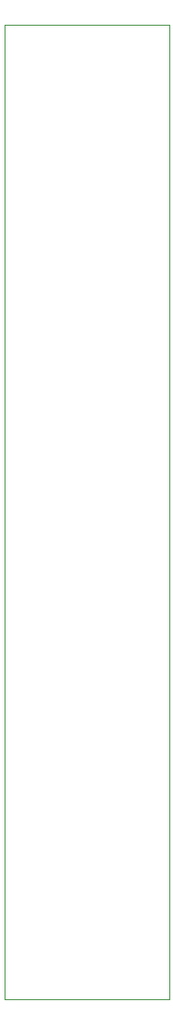
<source format=gm1>
%TF.GenerationSoftware,KiCad,Pcbnew,5.99.0+really5.1.9+dfsg1-1*%
%TF.CreationDate,2021-05-15T21:19:59+10:00*%
%TF.ProjectId,minisynth32-front,6d696e69-7379-46e7-9468-33322d66726f,1.1*%
%TF.SameCoordinates,Original*%
%TF.FileFunction,Profile,NP*%
%FSLAX46Y46*%
G04 Gerber Fmt 4.6, Leading zero omitted, Abs format (unit mm)*
G04 Created by KiCad (PCBNEW 5.99.0+really5.1.9+dfsg1-1) date 2021-05-15 21:19:59*
%MOMM*%
%LPD*%
G01*
G04 APERTURE LIST*
%TA.AperFunction,Profile*%
%ADD10C,0.050000*%
%TD*%
G04 APERTURE END LIST*
D10*
X127000000Y-139954000D02*
X127000000Y-50038000D01*
X111760000Y-139954000D02*
X127000000Y-139954000D01*
X111760000Y-50038000D02*
X111760000Y-139954000D01*
X127000000Y-50038000D02*
X111760000Y-50038000D01*
M02*

</source>
